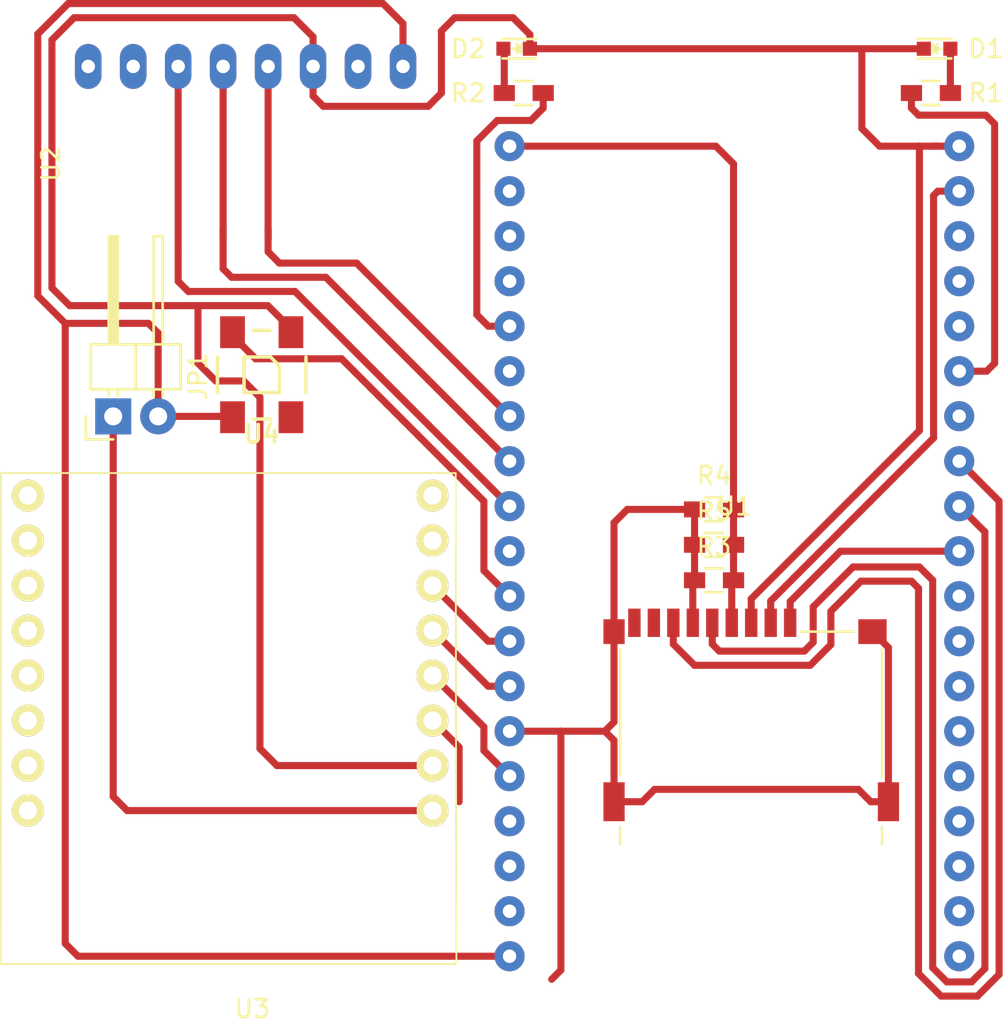
<source format=kicad_pcb>
(kicad_pcb (version 4) (host pcbnew 4.0.6)

  (general
    (links 39)
    (no_connects 10)
    (area 0 0 0 0)
    (thickness 1.6)
    (drawings 0)
    (tracks 178)
    (zones 0)
    (modules 13)
    (nets 57)
  )

  (page A4)
  (layers
    (0 F.Cu signal)
    (31 B.Cu signal)
    (32 B.Adhes user)
    (33 F.Adhes user)
    (34 B.Paste user)
    (35 F.Paste user)
    (36 B.SilkS user)
    (37 F.SilkS user)
    (38 B.Mask user)
    (39 F.Mask user)
    (40 Dwgs.User user)
    (41 Cmts.User user)
    (42 Eco1.User user)
    (43 Eco2.User user)
    (44 Edge.Cuts user)
    (45 Margin user)
    (46 B.CrtYd user)
    (47 F.CrtYd user)
    (48 B.Fab user)
    (49 F.Fab user)
  )

  (setup
    (last_trace_width 0.4)
    (trace_clearance 0.4)
    (zone_clearance 0.508)
    (zone_45_only no)
    (trace_min 0.2)
    (segment_width 0.2)
    (edge_width 0.1)
    (via_size 0.6)
    (via_drill 0.4)
    (via_min_size 0.4)
    (via_min_drill 0.3)
    (uvia_size 0.3)
    (uvia_drill 0.1)
    (uvias_allowed no)
    (uvia_min_size 0.2)
    (uvia_min_drill 0.1)
    (pcb_text_width 0.3)
    (pcb_text_size 1.5 1.5)
    (mod_edge_width 0.15)
    (mod_text_size 1 1)
    (mod_text_width 0.15)
    (pad_size 1.5 1.5)
    (pad_drill 0.6)
    (pad_to_mask_clearance 0)
    (aux_axis_origin 0 0)
    (visible_elements FFFFFF7F)
    (pcbplotparams
      (layerselection 0x00030_80000001)
      (usegerberextensions false)
      (excludeedgelayer true)
      (linewidth 0.100000)
      (plotframeref false)
      (viasonmask false)
      (mode 1)
      (useauxorigin false)
      (hpglpennumber 1)
      (hpglpenspeed 20)
      (hpglpendiameter 15)
      (hpglpenoverlay 2)
      (psnegative false)
      (psa4output false)
      (plotreference true)
      (plotvalue true)
      (plotinvisibletext false)
      (padsonsilk false)
      (subtractmaskfromsilk false)
      (outputformat 1)
      (mirror false)
      (drillshape 1)
      (scaleselection 1)
      (outputdirectory ""))
  )

  (net 0 "")
  (net 1 "Net-(D1-Pad2)")
  (net 2 GND)
  (net 3 "Net-(D2-Pad2)")
  (net 4 CS)
  (net 5 MOSI)
  (net 6 VCC)
  (net 7 SCLK)
  (net 8 MISO)
  (net 9 "Net-(J1-Pad8)")
  (net 10 "Net-(JP1-Pad1)")
  (net 11 COMMUNICATION_LED)
  (net 12 POWER_LED)
  (net 13 "Net-(U1-Pad2)")
  (net 14 "Net-(U1-Pad3)")
  (net 15 "Net-(U1-Pad4)")
  (net 16 SCL)
  (net 17 SDA)
  (net 18 SDO)
  (net 19 "Net-(U1-Pad10)")
  (net 20 SMART_LED_IN)
  (net 21 "Net-(U1-Pad16)")
  (net 22 "Net-(U1-Pad17)")
  (net 23 "Net-(U1-Pad18)")
  (net 24 5V)
  (net 25 "Net-(U1-Pad20)")
  (net 26 "Net-(U1-Pad21)")
  (net 27 "Net-(U1-Pad22)")
  (net 28 "Net-(U1-Pad24)")
  (net 29 "Net-(U1-Pad25)")
  (net 30 "Net-(U1-Pad26)")
  (net 31 "Net-(U1-Pad27)")
  (net 32 "Net-(U1-Pad32)")
  (net 33 "Net-(U1-Pad33)")
  (net 34 "Net-(U1-Pad34)")
  (net 35 "Net-(U1-Pad35)")
  (net 36 "Net-(U2-Pad2)")
  (net 37 "Net-(U4-Pad2)")
  (net 38 "Net-(J1-Pad9)")
  (net 39 "Net-(U3-Pad8)")
  (net 40 "Net-(U3-Pad7)")
  (net 41 "Net-(U3-Pad16)")
  (net 42 "Net-(U3-Pad15)")
  (net 43 "Net-(U3-Pad14)")
  (net 44 "Net-(U3-Pad13)")
  (net 45 "Net-(U3-Pad12)")
  (net 46 "Net-(U3-Pad11)")
  (net 47 "Net-(U3-Pad10)")
  (net 48 "Net-(U3-Pad9)")
  (net 49 "Net-(U1-Pad9)")
  (net 50 TMS)
  (net 51 TDI)
  (net 52 TCK)
  (net 53 TDO)
  (net 54 "Net-(U2-Pad7)")
  (net 55 "Net-(U2-Pad8)")
  (net 56 "Net-(U1-Pad37)")

  (net_class Default "This is the default net class."
    (clearance 0.4)
    (trace_width 0.4)
    (via_dia 0.6)
    (via_drill 0.4)
    (uvia_dia 0.3)
    (uvia_drill 0.1)
    (add_net 5V)
    (add_net COMMUNICATION_LED)
    (add_net CS)
    (add_net GND)
    (add_net MISO)
    (add_net MOSI)
    (add_net "Net-(D1-Pad2)")
    (add_net "Net-(D2-Pad2)")
    (add_net "Net-(J1-Pad8)")
    (add_net "Net-(J1-Pad9)")
    (add_net "Net-(JP1-Pad1)")
    (add_net "Net-(U1-Pad10)")
    (add_net "Net-(U1-Pad16)")
    (add_net "Net-(U1-Pad17)")
    (add_net "Net-(U1-Pad18)")
    (add_net "Net-(U1-Pad2)")
    (add_net "Net-(U1-Pad20)")
    (add_net "Net-(U1-Pad21)")
    (add_net "Net-(U1-Pad22)")
    (add_net "Net-(U1-Pad24)")
    (add_net "Net-(U1-Pad25)")
    (add_net "Net-(U1-Pad26)")
    (add_net "Net-(U1-Pad27)")
    (add_net "Net-(U1-Pad3)")
    (add_net "Net-(U1-Pad32)")
    (add_net "Net-(U1-Pad33)")
    (add_net "Net-(U1-Pad34)")
    (add_net "Net-(U1-Pad35)")
    (add_net "Net-(U1-Pad37)")
    (add_net "Net-(U1-Pad4)")
    (add_net "Net-(U1-Pad9)")
    (add_net "Net-(U2-Pad2)")
    (add_net "Net-(U2-Pad7)")
    (add_net "Net-(U2-Pad8)")
    (add_net "Net-(U3-Pad10)")
    (add_net "Net-(U3-Pad11)")
    (add_net "Net-(U3-Pad12)")
    (add_net "Net-(U3-Pad13)")
    (add_net "Net-(U3-Pad14)")
    (add_net "Net-(U3-Pad15)")
    (add_net "Net-(U3-Pad16)")
    (add_net "Net-(U3-Pad7)")
    (add_net "Net-(U3-Pad8)")
    (add_net "Net-(U3-Pad9)")
    (add_net "Net-(U4-Pad2)")
    (add_net POWER_LED)
    (add_net SCL)
    (add_net SCLK)
    (add_net SDA)
    (add_net SDO)
    (add_net SMART_LED_IN)
    (add_net TCK)
    (add_net TDI)
    (add_net TDO)
    (add_net TMS)
    (add_net VCC)
  )

  (module yaqwsx:ESP32-DEVKIT-C (layer F.Cu) (tedit 59153189) (tstamp 597FBFFC)
    (at 162.6 70.5)
    (path /597634A9)
    (fp_text reference U1 (at 12.7 20.32) (layer F.SilkS)
      (effects (font (size 1 1) (thickness 0.15)))
    )
    (fp_text value ESP32-DEVKIT-C (at 12.7 48.26) (layer F.Fab)
      (effects (font (size 1 1) (thickness 0.15)))
    )
    (fp_line (start 17 42) (end 17 47) (layer F.Fab) (width 0.15))
    (fp_line (start 9 42) (end 17 42) (layer F.Fab) (width 0.15))
    (fp_line (start 9 47) (end 9 42) (layer F.Fab) (width 0.15))
    (fp_line (start 21 16.5) (end 21 -7) (layer F.Fab) (width 0.15))
    (fp_line (start 4 16.5) (end 21 16.5) (layer F.Fab) (width 0.15))
    (fp_line (start 4 -7) (end 4 16.5) (layer F.Fab) (width 0.15))
    (fp_line (start 4 -7) (end 21 -7) (layer F.Fab) (width 0.15))
    (fp_line (start -1.27 -1.27) (end -1.27 46.99) (layer F.Fab) (width 0.15))
    (fp_line (start 26.67 -1.27) (end -1.27 -1.27) (layer F.Fab) (width 0.15))
    (fp_line (start 26.67 46.99) (end 26.67 -1.27) (layer F.Fab) (width 0.15))
    (fp_line (start -1.27 46.99) (end 26.67 46.99) (layer F.Fab) (width 0.15))
    (pad 1 thru_hole oval (at 0 0) (size 1.7 1.7) (drill 0.762) (layers *.Cu *.Mask)
      (net 6 VCC))
    (pad 2 thru_hole oval (at 0 2.54) (size 1.7 1.7) (drill 0.762) (layers *.Cu *.Mask)
      (net 13 "Net-(U1-Pad2)"))
    (pad 3 thru_hole oval (at 0 5.08) (size 1.7 1.7) (drill 0.762) (layers *.Cu *.Mask)
      (net 14 "Net-(U1-Pad3)"))
    (pad 4 thru_hole oval (at 0 7.62) (size 1.7 1.7) (drill 0.762) (layers *.Cu *.Mask)
      (net 15 "Net-(U1-Pad4)"))
    (pad 5 thru_hole oval (at 0 10.16) (size 1.7 1.7) (drill 0.762) (layers *.Cu *.Mask)
      (net 12 POWER_LED))
    (pad 6 thru_hole oval (at 0 12.7) (size 1.7 1.7) (drill 0.762) (layers *.Cu *.Mask)
      (net 16 SCL))
    (pad 7 thru_hole oval (at 0 15.24) (size 1.7 1.7) (drill 0.762) (layers *.Cu *.Mask)
      (net 17 SDA))
    (pad 8 thru_hole oval (at 0 17.78) (size 1.7 1.7) (drill 0.762) (layers *.Cu *.Mask)
      (net 18 SDO))
    (pad 9 thru_hole oval (at 0 20.32) (size 1.7 1.7) (drill 0.762) (layers *.Cu *.Mask)
      (net 49 "Net-(U1-Pad9)"))
    (pad 10 thru_hole oval (at 0 22.86) (size 1.7 1.7) (drill 0.762) (layers *.Cu *.Mask)
      (net 19 "Net-(U1-Pad10)"))
    (pad 11 thru_hole oval (at 0 25.4) (size 1.7 1.7) (drill 0.762) (layers *.Cu *.Mask)
      (net 20 SMART_LED_IN))
    (pad 12 thru_hole oval (at 0 27.94) (size 1.7 1.7) (drill 0.762) (layers *.Cu *.Mask)
      (net 50 TMS))
    (pad 13 thru_hole oval (at 0 30.48) (size 1.7 1.7) (drill 0.762) (layers *.Cu *.Mask)
      (net 51 TDI))
    (pad 14 thru_hole oval (at 0 33.02) (size 1.7 1.7) (drill 0.762) (layers *.Cu *.Mask)
      (net 2 GND))
    (pad 15 thru_hole oval (at 0 35.56) (size 1.7 1.7) (drill 0.762) (layers *.Cu *.Mask)
      (net 52 TCK))
    (pad 16 thru_hole oval (at 0 38.1) (size 1.7 1.7) (drill 0.762) (layers *.Cu *.Mask)
      (net 21 "Net-(U1-Pad16)"))
    (pad 17 thru_hole oval (at 0 40.64) (size 1.7 1.7) (drill 0.762) (layers *.Cu *.Mask)
      (net 22 "Net-(U1-Pad17)"))
    (pad 18 thru_hole oval (at 0 43.18) (size 1.7 1.7) (drill 0.762) (layers *.Cu *.Mask)
      (net 23 "Net-(U1-Pad18)"))
    (pad 19 thru_hole oval (at 0 45.72) (size 1.7 1.7) (drill 0.762) (layers *.Cu *.Mask)
      (net 24 5V))
    (pad 20 thru_hole oval (at 25.4 45.72) (size 1.7 1.7) (drill 0.762) (layers *.Cu *.Mask)
      (net 25 "Net-(U1-Pad20)"))
    (pad 21 thru_hole oval (at 25.4 43.18) (size 1.7 1.7) (drill 0.762) (layers *.Cu *.Mask)
      (net 26 "Net-(U1-Pad21)"))
    (pad 22 thru_hole oval (at 25.4 40.64) (size 1.7 1.7) (drill 0.762) (layers *.Cu *.Mask)
      (net 27 "Net-(U1-Pad22)"))
    (pad 23 thru_hole oval (at 25.4 38.1) (size 1.7 1.7) (drill 0.762) (layers *.Cu *.Mask)
      (net 53 TDO))
    (pad 24 thru_hole oval (at 25.4 35.56) (size 1.7 1.7) (drill 0.762) (layers *.Cu *.Mask)
      (net 28 "Net-(U1-Pad24)"))
    (pad 25 thru_hole oval (at 25.4 33.02) (size 1.7 1.7) (drill 0.762) (layers *.Cu *.Mask)
      (net 29 "Net-(U1-Pad25)"))
    (pad 26 thru_hole oval (at 25.4 30.48) (size 1.7 1.7) (drill 0.762) (layers *.Cu *.Mask)
      (net 30 "Net-(U1-Pad26)"))
    (pad 27 thru_hole oval (at 25.4 27.94) (size 1.7 1.7) (drill 0.762) (layers *.Cu *.Mask)
      (net 31 "Net-(U1-Pad27)"))
    (pad 28 thru_hole oval (at 25.4 25.4) (size 1.7 1.7) (drill 0.762) (layers *.Cu *.Mask)
      (net 8 MISO))
    (pad 29 thru_hole oval (at 25.4 22.86) (size 1.7 1.7) (drill 0.762) (layers *.Cu *.Mask)
      (net 7 SCLK))
    (pad 30 thru_hole oval (at 25.4 20.32) (size 1.7 1.7) (drill 0.762) (layers *.Cu *.Mask)
      (net 5 MOSI))
    (pad 31 thru_hole oval (at 25.4 17.78) (size 1.7 1.7) (drill 0.762) (layers *.Cu *.Mask)
      (net 4 CS))
    (pad 32 thru_hole oval (at 25.4 15.24) (size 1.7 1.7) (drill 0.762) (layers *.Cu *.Mask)
      (net 32 "Net-(U1-Pad32)"))
    (pad 33 thru_hole oval (at 25.4 12.7) (size 1.7 1.7) (drill 0.762) (layers *.Cu *.Mask)
      (net 33 "Net-(U1-Pad33)"))
    (pad 34 thru_hole oval (at 25.4 10.16) (size 1.7 1.7) (drill 0.762) (layers *.Cu *.Mask)
      (net 34 "Net-(U1-Pad34)"))
    (pad 35 thru_hole oval (at 25.4 7.62) (size 1.7 1.7) (drill 0.762) (layers *.Cu *.Mask)
      (net 35 "Net-(U1-Pad35)"))
    (pad 36 thru_hole oval (at 25.4 5.08) (size 1.7 1.7) (drill 0.762) (layers *.Cu *.Mask)
      (net 11 COMMUNICATION_LED))
    (pad 37 thru_hole oval (at 25.4 2.54) (size 1.7 1.7) (drill 0.762) (layers *.Cu *.Mask)
      (net 56 "Net-(U1-Pad37)"))
    (pad 38 thru_hole oval (at 25.4 0) (size 1.7 1.7) (drill 0.762) (layers *.Cu *.Mask)
      (net 2 GND))
  )

  (module LEDs:LED_0603 (layer F.Cu) (tedit 55BDE255) (tstamp 597FBF95)
    (at 186.7507 65)
    (descr "LED 0603 smd package")
    (tags "LED led 0603 SMD smd SMT smt smdled SMDLED smtled SMTLED")
    (path /59763636)
    (attr smd)
    (fp_text reference D1 (at 2.7493 0) (layer F.SilkS)
      (effects (font (size 1 1) (thickness 0.15)))
    )
    (fp_text value LED (at -4.7507 0) (layer F.Fab)
      (effects (font (size 1 1) (thickness 0.15)))
    )
    (fp_line (start -0.3 -0.2) (end -0.3 0.2) (layer F.Fab) (width 0.15))
    (fp_line (start -0.2 0) (end 0.1 -0.2) (layer F.Fab) (width 0.15))
    (fp_line (start 0.1 0.2) (end -0.2 0) (layer F.Fab) (width 0.15))
    (fp_line (start 0.1 -0.2) (end 0.1 0.2) (layer F.Fab) (width 0.15))
    (fp_line (start 0.8 0.4) (end -0.8 0.4) (layer F.Fab) (width 0.15))
    (fp_line (start 0.8 -0.4) (end 0.8 0.4) (layer F.Fab) (width 0.15))
    (fp_line (start -0.8 -0.4) (end 0.8 -0.4) (layer F.Fab) (width 0.15))
    (fp_line (start -0.8 0.4) (end -0.8 -0.4) (layer F.Fab) (width 0.15))
    (fp_line (start -1.1 0.55) (end 0.8 0.55) (layer F.SilkS) (width 0.15))
    (fp_line (start -1.1 -0.55) (end 0.8 -0.55) (layer F.SilkS) (width 0.15))
    (fp_line (start -0.2 0) (end 0.25 0) (layer F.SilkS) (width 0.15))
    (fp_line (start -0.25 -0.25) (end -0.25 0.25) (layer F.SilkS) (width 0.15))
    (fp_line (start -0.25 0) (end 0 -0.25) (layer F.SilkS) (width 0.15))
    (fp_line (start 0 -0.25) (end 0 0.25) (layer F.SilkS) (width 0.15))
    (fp_line (start 0 0.25) (end -0.25 0) (layer F.SilkS) (width 0.15))
    (fp_line (start 1.4 -0.75) (end 1.4 0.75) (layer F.CrtYd) (width 0.05))
    (fp_line (start 1.4 0.75) (end -1.4 0.75) (layer F.CrtYd) (width 0.05))
    (fp_line (start -1.4 0.75) (end -1.4 -0.75) (layer F.CrtYd) (width 0.05))
    (fp_line (start -1.4 -0.75) (end 1.4 -0.75) (layer F.CrtYd) (width 0.05))
    (pad 2 smd rect (at 0.7493 0 180) (size 0.79756 0.79756) (layers F.Cu F.Paste F.Mask)
      (net 1 "Net-(D1-Pad2)"))
    (pad 1 smd rect (at -0.7493 0 180) (size 0.79756 0.79756) (layers F.Cu F.Paste F.Mask)
      (net 2 GND))
    (model LEDs.3dshapes/LED_0603.wrl
      (at (xyz 0 0 0))
      (scale (xyz 1 1 1))
      (rotate (xyz 0 0 180))
    )
  )

  (module LEDs:LED_0603 (layer F.Cu) (tedit 55BDE255) (tstamp 597FBF9B)
    (at 163.0007 65 180)
    (descr "LED 0603 smd package")
    (tags "LED led 0603 SMD smd SMT smt smdled SMDLED smtled SMTLED")
    (path /597E5510)
    (attr smd)
    (fp_text reference D2 (at 2.7507 0 180) (layer F.SilkS)
      (effects (font (size 1 1) (thickness 0.15)))
    )
    (fp_text value LED (at -3.9993 0 180) (layer F.Fab)
      (effects (font (size 1 1) (thickness 0.15)))
    )
    (fp_line (start -0.3 -0.2) (end -0.3 0.2) (layer F.Fab) (width 0.15))
    (fp_line (start -0.2 0) (end 0.1 -0.2) (layer F.Fab) (width 0.15))
    (fp_line (start 0.1 0.2) (end -0.2 0) (layer F.Fab) (width 0.15))
    (fp_line (start 0.1 -0.2) (end 0.1 0.2) (layer F.Fab) (width 0.15))
    (fp_line (start 0.8 0.4) (end -0.8 0.4) (layer F.Fab) (width 0.15))
    (fp_line (start 0.8 -0.4) (end 0.8 0.4) (layer F.Fab) (width 0.15))
    (fp_line (start -0.8 -0.4) (end 0.8 -0.4) (layer F.Fab) (width 0.15))
    (fp_line (start -0.8 0.4) (end -0.8 -0.4) (layer F.Fab) (width 0.15))
    (fp_line (start -1.1 0.55) (end 0.8 0.55) (layer F.SilkS) (width 0.15))
    (fp_line (start -1.1 -0.55) (end 0.8 -0.55) (layer F.SilkS) (width 0.15))
    (fp_line (start -0.2 0) (end 0.25 0) (layer F.SilkS) (width 0.15))
    (fp_line (start -0.25 -0.25) (end -0.25 0.25) (layer F.SilkS) (width 0.15))
    (fp_line (start -0.25 0) (end 0 -0.25) (layer F.SilkS) (width 0.15))
    (fp_line (start 0 -0.25) (end 0 0.25) (layer F.SilkS) (width 0.15))
    (fp_line (start 0 0.25) (end -0.25 0) (layer F.SilkS) (width 0.15))
    (fp_line (start 1.4 -0.75) (end 1.4 0.75) (layer F.CrtYd) (width 0.05))
    (fp_line (start 1.4 0.75) (end -1.4 0.75) (layer F.CrtYd) (width 0.05))
    (fp_line (start -1.4 0.75) (end -1.4 -0.75) (layer F.CrtYd) (width 0.05))
    (fp_line (start -1.4 -0.75) (end 1.4 -0.75) (layer F.CrtYd) (width 0.05))
    (pad 2 smd rect (at 0.7493 0) (size 0.79756 0.79756) (layers F.Cu F.Paste F.Mask)
      (net 3 "Net-(D2-Pad2)"))
    (pad 1 smd rect (at -0.7493 0) (size 0.79756 0.79756) (layers F.Cu F.Paste F.Mask)
      (net 2 GND))
    (model LEDs.3dshapes/LED_0603.wrl
      (at (xyz 0 0 0))
      (scale (xyz 1 1 1))
      (rotate (xyz 0 0 180))
    )
  )

  (module internet:Conn_uSDcard (layer F.Cu) (tedit 560F3EC9) (tstamp 597FBFAE)
    (at 176.25 107.9)
    (path /5976357F)
    (fp_text reference J1 (at 3.3 -9.6 180) (layer Cmts.User)
      (effects (font (size 0.2 0.2) (thickness 0.02)))
    )
    (fp_text value Micro_SD_Card (at 4.3 -10.4) (layer Dwgs.User) hide
      (effects (font (size 0.3 0.3) (thickness 0.03)))
    )
    (fp_line (start -7.4 2) (end -7.4 1) (layer F.SilkS) (width 0.15))
    (fp_line (start 7.4 1) (end 7.4 2) (layer F.SilkS) (width 0.15))
    (fp_line (start 0 3.3) (end 1.7 3.4) (layer Dwgs.User) (width 0.05))
    (fp_line (start 1.7 3.4) (end 3.5 3.7) (layer Dwgs.User) (width 0.05))
    (fp_line (start 3.5 3.7) (end 4.7 4) (layer Dwgs.User) (width 0.05))
    (fp_line (start -7.4 -1.9) (end -7.4 -9) (layer F.SilkS) (width 0.15))
    (fp_line (start 7.4 -9) (end 7.4 -1.8) (layer F.SilkS) (width 0.15))
    (fp_line (start 2.8 -10) (end 5.8 -10) (layer F.SilkS) (width 0.15))
    (fp_line (start -6.55 8.6) (end -6.55 3.3) (layer Dwgs.User) (width 0.05))
    (fp_line (start -5.85 9.3) (end 3.95 9.3) (layer Dwgs.User) (width 0.05))
    (fp_arc (start -5.85 8.6) (end -6.55 8.6) (angle -90) (layer Dwgs.User) (width 0.05))
    (fp_line (start 4.65 8.6) (end 4.65 4) (layer Dwgs.User) (width 0.05))
    (fp_arc (start 3.95 8.6) (end 4.65 8.6) (angle 90) (layer Dwgs.User) (width 0.05))
    (fp_line (start 4.65 4) (end 7.35 4) (layer Dwgs.User) (width 0.05))
    (fp_line (start -7.35 3.3) (end 0 3.3) (layer Dwgs.User) (width 0.05))
    (fp_line (start 8 4.5) (end -8 4.5) (layer Cmts.User) (width 0.05))
    (fp_line (start -7.35 -10) (end 7.35 -10) (layer Dwgs.User) (width 0.05))
    (fp_line (start 7.35 -10) (end 7.35 4) (layer Dwgs.User) (width 0.05))
    (fp_line (start -7.35 -10) (end -7.35 3.3) (layer Dwgs.User) (width 0.05))
    (pad 6 smd rect (at 7.75 -0.4) (size 1.2 2.2) (layers F.Cu F.Paste F.Mask)
      (net 2 GND))
    (pad 6 smd rect (at -7.75 -0.4) (size 1.2 2.2) (layers F.Cu F.Paste F.Mask)
      (net 2 GND))
    (pad 6 smd rect (at 6.85 -10) (size 1.6 1.4) (layers F.Cu F.Paste F.Mask)
      (net 2 GND))
    (pad 6 smd rect (at -7.75 -10) (size 1.2 1.4) (layers F.Cu F.Paste F.Mask)
      (net 2 GND))
    (pad 9 smd rect (at -6.6 -10.5) (size 0.7 1.6) (layers F.Cu F.Paste F.Mask)
      (net 38 "Net-(J1-Pad9)"))
    (pad 7 smd rect (at -4.4 -10.5) (size 0.7 1.6) (layers F.Cu F.Paste F.Mask)
      (net 8 MISO))
    (pad 8 smd rect (at -5.5 -10.5) (size 0.7 1.6) (layers F.Cu F.Paste F.Mask)
      (net 9 "Net-(J1-Pad8)"))
    (pad 6 smd rect (at -3.3 -10.5) (size 0.7 1.6) (layers F.Cu F.Paste F.Mask)
      (net 2 GND))
    (pad 5 smd rect (at -2.2 -10.5) (size 0.7 1.6) (layers F.Cu F.Paste F.Mask)
      (net 7 SCLK))
    (pad 4 smd rect (at -1.1 -10.5) (size 0.7 1.6) (layers F.Cu F.Paste F.Mask)
      (net 6 VCC))
    (pad 1 smd rect (at 2.2 -10.5) (size 0.7 1.6) (layers F.Cu F.Paste F.Mask)
      (net 4 CS))
    (pad 2 smd rect (at 1.1 -10.5) (size 0.7 1.6) (layers F.Cu F.Paste F.Mask)
      (net 5 MOSI))
    (pad "" np_thru_hole circle (at 3.05 0) (size 1 1) (drill 1) (layers *.Cu))
    (pad "" np_thru_hole circle (at -4.93 0) (size 1 1) (drill 1) (layers *.Cu))
    (pad 3 smd rect (at 0 -10.5) (size 0.7 1.6) (layers F.Cu F.Paste F.Mask)
      (net 2 GND))
  )

  (module Pin_Headers:Pin_Header_Angled_1x02 (layer F.Cu) (tedit 0) (tstamp 597FBFB4)
    (at 140.21 85.75 90)
    (descr "Through hole pin header")
    (tags "pin header")
    (path /597E58A2)
    (fp_text reference JP1 (at 2.25 4.79 90) (layer F.SilkS)
      (effects (font (size 1 1) (thickness 0.15)))
    )
    (fp_text value Jumper (at 2 -2.46 90) (layer F.Fab)
      (effects (font (size 1 1) (thickness 0.15)))
    )
    (fp_line (start -1.5 -1.75) (end -1.5 4.3) (layer F.CrtYd) (width 0.05))
    (fp_line (start 10.65 -1.75) (end 10.65 4.3) (layer F.CrtYd) (width 0.05))
    (fp_line (start -1.5 -1.75) (end 10.65 -1.75) (layer F.CrtYd) (width 0.05))
    (fp_line (start -1.5 4.3) (end 10.65 4.3) (layer F.CrtYd) (width 0.05))
    (fp_line (start -1.3 -1.55) (end -1.3 0) (layer F.SilkS) (width 0.15))
    (fp_line (start 0 -1.55) (end -1.3 -1.55) (layer F.SilkS) (width 0.15))
    (fp_line (start 4.191 -0.127) (end 10.033 -0.127) (layer F.SilkS) (width 0.15))
    (fp_line (start 10.033 -0.127) (end 10.033 0.127) (layer F.SilkS) (width 0.15))
    (fp_line (start 10.033 0.127) (end 4.191 0.127) (layer F.SilkS) (width 0.15))
    (fp_line (start 4.191 0.127) (end 4.191 0) (layer F.SilkS) (width 0.15))
    (fp_line (start 4.191 0) (end 10.033 0) (layer F.SilkS) (width 0.15))
    (fp_line (start 1.524 -0.254) (end 1.143 -0.254) (layer F.SilkS) (width 0.15))
    (fp_line (start 1.524 0.254) (end 1.143 0.254) (layer F.SilkS) (width 0.15))
    (fp_line (start 1.524 2.286) (end 1.143 2.286) (layer F.SilkS) (width 0.15))
    (fp_line (start 1.524 2.794) (end 1.143 2.794) (layer F.SilkS) (width 0.15))
    (fp_line (start 1.524 -1.27) (end 4.064 -1.27) (layer F.SilkS) (width 0.15))
    (fp_line (start 1.524 1.27) (end 4.064 1.27) (layer F.SilkS) (width 0.15))
    (fp_line (start 1.524 1.27) (end 1.524 3.81) (layer F.SilkS) (width 0.15))
    (fp_line (start 1.524 3.81) (end 4.064 3.81) (layer F.SilkS) (width 0.15))
    (fp_line (start 4.064 2.286) (end 10.16 2.286) (layer F.SilkS) (width 0.15))
    (fp_line (start 10.16 2.286) (end 10.16 2.794) (layer F.SilkS) (width 0.15))
    (fp_line (start 10.16 2.794) (end 4.064 2.794) (layer F.SilkS) (width 0.15))
    (fp_line (start 4.064 3.81) (end 4.064 1.27) (layer F.SilkS) (width 0.15))
    (fp_line (start 4.064 1.27) (end 4.064 -1.27) (layer F.SilkS) (width 0.15))
    (fp_line (start 10.16 0.254) (end 4.064 0.254) (layer F.SilkS) (width 0.15))
    (fp_line (start 10.16 -0.254) (end 10.16 0.254) (layer F.SilkS) (width 0.15))
    (fp_line (start 4.064 -0.254) (end 10.16 -0.254) (layer F.SilkS) (width 0.15))
    (fp_line (start 1.524 1.27) (end 4.064 1.27) (layer F.SilkS) (width 0.15))
    (fp_line (start 1.524 -1.27) (end 1.524 1.27) (layer F.SilkS) (width 0.15))
    (pad 1 thru_hole rect (at 0 0 90) (size 2.032 2.032) (drill 1.016) (layers *.Cu *.Mask)
      (net 10 "Net-(JP1-Pad1)"))
    (pad 2 thru_hole oval (at 0 2.54 90) (size 2.032 2.032) (drill 1.016) (layers *.Cu *.Mask)
      (net 24 5V))
    (model Pin_Headers.3dshapes/Pin_Header_Angled_1x02.wrl
      (at (xyz 0 -0.05 0))
      (scale (xyz 1 1 1))
      (rotate (xyz 0 0 90))
    )
  )

  (module Resistors_SMD:R_0603_HandSoldering (layer F.Cu) (tedit 58307AEF) (tstamp 597FBFBA)
    (at 186.4 67.5)
    (descr "Resistor SMD 0603, hand soldering")
    (tags "resistor 0603")
    (path /597636FB)
    (attr smd)
    (fp_text reference R1 (at 3.1 0) (layer F.SilkS)
      (effects (font (size 1 1) (thickness 0.15)))
    )
    (fp_text value R_Small (at -6.15 0.25) (layer F.Fab)
      (effects (font (size 1 1) (thickness 0.15)))
    )
    (fp_line (start -0.8 0.4) (end -0.8 -0.4) (layer F.Fab) (width 0.1))
    (fp_line (start 0.8 0.4) (end -0.8 0.4) (layer F.Fab) (width 0.1))
    (fp_line (start 0.8 -0.4) (end 0.8 0.4) (layer F.Fab) (width 0.1))
    (fp_line (start -0.8 -0.4) (end 0.8 -0.4) (layer F.Fab) (width 0.1))
    (fp_line (start -2 -0.8) (end 2 -0.8) (layer F.CrtYd) (width 0.05))
    (fp_line (start -2 0.8) (end 2 0.8) (layer F.CrtYd) (width 0.05))
    (fp_line (start -2 -0.8) (end -2 0.8) (layer F.CrtYd) (width 0.05))
    (fp_line (start 2 -0.8) (end 2 0.8) (layer F.CrtYd) (width 0.05))
    (fp_line (start 0.5 0.675) (end -0.5 0.675) (layer F.SilkS) (width 0.15))
    (fp_line (start -0.5 -0.675) (end 0.5 -0.675) (layer F.SilkS) (width 0.15))
    (pad 1 smd rect (at -1.1 0) (size 1.2 0.9) (layers F.Cu F.Paste F.Mask)
      (net 11 COMMUNICATION_LED))
    (pad 2 smd rect (at 1.1 0) (size 1.2 0.9) (layers F.Cu F.Paste F.Mask)
      (net 1 "Net-(D1-Pad2)"))
    (model Resistors_SMD.3dshapes/R_0603_HandSoldering.wrl
      (at (xyz 0 0 0))
      (scale (xyz 1 1 1))
      (rotate (xyz 0 0 0))
    )
  )

  (module Resistors_SMD:R_0603_HandSoldering (layer F.Cu) (tedit 58307AEF) (tstamp 597FBFC0)
    (at 163.4 67.5 180)
    (descr "Resistor SMD 0603, hand soldering")
    (tags "resistor 0603")
    (path /597E5516)
    (attr smd)
    (fp_text reference R2 (at 3.15 0 180) (layer F.SilkS)
      (effects (font (size 1 1) (thickness 0.15)))
    )
    (fp_text value R_Small (at -5.35 0 180) (layer F.Fab)
      (effects (font (size 1 1) (thickness 0.15)))
    )
    (fp_line (start -0.8 0.4) (end -0.8 -0.4) (layer F.Fab) (width 0.1))
    (fp_line (start 0.8 0.4) (end -0.8 0.4) (layer F.Fab) (width 0.1))
    (fp_line (start 0.8 -0.4) (end 0.8 0.4) (layer F.Fab) (width 0.1))
    (fp_line (start -0.8 -0.4) (end 0.8 -0.4) (layer F.Fab) (width 0.1))
    (fp_line (start -2 -0.8) (end 2 -0.8) (layer F.CrtYd) (width 0.05))
    (fp_line (start -2 0.8) (end 2 0.8) (layer F.CrtYd) (width 0.05))
    (fp_line (start -2 -0.8) (end -2 0.8) (layer F.CrtYd) (width 0.05))
    (fp_line (start 2 -0.8) (end 2 0.8) (layer F.CrtYd) (width 0.05))
    (fp_line (start 0.5 0.675) (end -0.5 0.675) (layer F.SilkS) (width 0.15))
    (fp_line (start -0.5 -0.675) (end 0.5 -0.675) (layer F.SilkS) (width 0.15))
    (pad 1 smd rect (at -1.1 0 180) (size 1.2 0.9) (layers F.Cu F.Paste F.Mask)
      (net 12 POWER_LED))
    (pad 2 smd rect (at 1.1 0 180) (size 1.2 0.9) (layers F.Cu F.Paste F.Mask)
      (net 3 "Net-(D2-Pad2)"))
    (model Resistors_SMD.3dshapes/R_0603_HandSoldering.wrl
      (at (xyz 0 0 0))
      (scale (xyz 1 1 1))
      (rotate (xyz 0 0 0))
    )
  )

  (module Resistors_SMD:R_0603_HandSoldering (layer F.Cu) (tedit 58307AEF) (tstamp 597FBFC6)
    (at 174.15 95)
    (descr "Resistor SMD 0603, hand soldering")
    (tags "resistor 0603")
    (path /597F9FE6)
    (attr smd)
    (fp_text reference R3 (at 0 -1.9) (layer F.SilkS)
      (effects (font (size 1 1) (thickness 0.15)))
    )
    (fp_text value R_Small (at 0 1.9) (layer F.Fab)
      (effects (font (size 1 1) (thickness 0.15)))
    )
    (fp_line (start -0.8 0.4) (end -0.8 -0.4) (layer F.Fab) (width 0.1))
    (fp_line (start 0.8 0.4) (end -0.8 0.4) (layer F.Fab) (width 0.1))
    (fp_line (start 0.8 -0.4) (end 0.8 0.4) (layer F.Fab) (width 0.1))
    (fp_line (start -0.8 -0.4) (end 0.8 -0.4) (layer F.Fab) (width 0.1))
    (fp_line (start -2 -0.8) (end 2 -0.8) (layer F.CrtYd) (width 0.05))
    (fp_line (start -2 0.8) (end 2 0.8) (layer F.CrtYd) (width 0.05))
    (fp_line (start -2 -0.8) (end -2 0.8) (layer F.CrtYd) (width 0.05))
    (fp_line (start 2 -0.8) (end 2 0.8) (layer F.CrtYd) (width 0.05))
    (fp_line (start 0.5 0.675) (end -0.5 0.675) (layer F.SilkS) (width 0.15))
    (fp_line (start -0.5 -0.675) (end 0.5 -0.675) (layer F.SilkS) (width 0.15))
    (pad 1 smd rect (at -1.1 0) (size 1.2 0.9) (layers F.Cu F.Paste F.Mask)
      (net 2 GND))
    (pad 2 smd rect (at 1.1 0) (size 1.2 0.9) (layers F.Cu F.Paste F.Mask)
      (net 6 VCC))
    (model Resistors_SMD.3dshapes/R_0603_HandSoldering.wrl
      (at (xyz 0 0 0))
      (scale (xyz 1 1 1))
      (rotate (xyz 0 0 0))
    )
  )

  (module Resistors_SMD:R_0603_HandSoldering (layer F.Cu) (tedit 58307AEF) (tstamp 597FBFCC)
    (at 174.15 91)
    (descr "Resistor SMD 0603, hand soldering")
    (tags "resistor 0603")
    (path /597F9F95)
    (attr smd)
    (fp_text reference R4 (at 0 -1.9) (layer F.SilkS)
      (effects (font (size 1 1) (thickness 0.15)))
    )
    (fp_text value R_Small (at 0 1.9) (layer F.Fab)
      (effects (font (size 1 1) (thickness 0.15)))
    )
    (fp_line (start -0.8 0.4) (end -0.8 -0.4) (layer F.Fab) (width 0.1))
    (fp_line (start 0.8 0.4) (end -0.8 0.4) (layer F.Fab) (width 0.1))
    (fp_line (start 0.8 -0.4) (end 0.8 0.4) (layer F.Fab) (width 0.1))
    (fp_line (start -0.8 -0.4) (end 0.8 -0.4) (layer F.Fab) (width 0.1))
    (fp_line (start -2 -0.8) (end 2 -0.8) (layer F.CrtYd) (width 0.05))
    (fp_line (start -2 0.8) (end 2 0.8) (layer F.CrtYd) (width 0.05))
    (fp_line (start -2 -0.8) (end -2 0.8) (layer F.CrtYd) (width 0.05))
    (fp_line (start 2 -0.8) (end 2 0.8) (layer F.CrtYd) (width 0.05))
    (fp_line (start 0.5 0.675) (end -0.5 0.675) (layer F.SilkS) (width 0.15))
    (fp_line (start -0.5 -0.675) (end 0.5 -0.675) (layer F.SilkS) (width 0.15))
    (pad 1 smd rect (at -1.1 0) (size 1.2 0.9) (layers F.Cu F.Paste F.Mask)
      (net 2 GND))
    (pad 2 smd rect (at 1.1 0) (size 1.2 0.9) (layers F.Cu F.Paste F.Mask)
      (net 6 VCC))
    (model Resistors_SMD.3dshapes/R_0603_HandSoldering.wrl
      (at (xyz 0 0 0))
      (scale (xyz 1 1 1))
      (rotate (xyz 0 0 0))
    )
  )

  (module Resistors_SMD:R_0603_HandSoldering (layer F.Cu) (tedit 58307AEF) (tstamp 597FBFD2)
    (at 174.15 93)
    (descr "Resistor SMD 0603, hand soldering")
    (tags "resistor 0603")
    (path /597F9E5B)
    (attr smd)
    (fp_text reference R5 (at 0 -1.9) (layer F.SilkS)
      (effects (font (size 1 1) (thickness 0.15)))
    )
    (fp_text value R_Small (at 0 1.9) (layer F.Fab)
      (effects (font (size 1 1) (thickness 0.15)))
    )
    (fp_line (start -0.8 0.4) (end -0.8 -0.4) (layer F.Fab) (width 0.1))
    (fp_line (start 0.8 0.4) (end -0.8 0.4) (layer F.Fab) (width 0.1))
    (fp_line (start 0.8 -0.4) (end 0.8 0.4) (layer F.Fab) (width 0.1))
    (fp_line (start -0.8 -0.4) (end 0.8 -0.4) (layer F.Fab) (width 0.1))
    (fp_line (start -2 -0.8) (end 2 -0.8) (layer F.CrtYd) (width 0.05))
    (fp_line (start -2 0.8) (end 2 0.8) (layer F.CrtYd) (width 0.05))
    (fp_line (start -2 -0.8) (end -2 0.8) (layer F.CrtYd) (width 0.05))
    (fp_line (start 2 -0.8) (end 2 0.8) (layer F.CrtYd) (width 0.05))
    (fp_line (start 0.5 0.675) (end -0.5 0.675) (layer F.SilkS) (width 0.15))
    (fp_line (start -0.5 -0.675) (end 0.5 -0.675) (layer F.SilkS) (width 0.15))
    (pad 1 smd rect (at -1.1 0) (size 1.2 0.9) (layers F.Cu F.Paste F.Mask)
      (net 2 GND))
    (pad 2 smd rect (at 1.1 0) (size 1.2 0.9) (layers F.Cu F.Paste F.Mask)
      (net 6 VCC))
    (model Resistors_SMD.3dshapes/R_0603_HandSoldering.wrl
      (at (xyz 0 0 0))
      (scale (xyz 1 1 1))
      (rotate (xyz 0 0 0))
    )
  )

  (module Mamiksik:GY-91 (layer F.Cu) (tedit 597DFD60) (tstamp 597FC008)
    (at 147.69 66 270)
    (path /597C89C1)
    (fp_text reference U2 (at 5.5 11 270) (layer F.SilkS)
      (effects (font (size 1 1) (thickness 0.15)))
    )
    (fp_text value GY-91 (at 5 -11 270) (layer F.Fab)
      (effects (font (size 1 1) (thickness 0.15)))
    )
    (fp_line (start -1.5 10) (end -1.5 -10) (layer F.Fab) (width 0.15))
    (fp_line (start -1.5 -10) (end 12.5 -10) (layer F.Fab) (width 0.15))
    (fp_line (start 12.5 -10) (end 12.5 10) (layer F.Fab) (width 0.15))
    (fp_line (start 12.5 10) (end -1.5 10) (layer F.Fab) (width 0.15))
    (pad 1 thru_hole oval (at 0 -8.89 270) (size 2.54 1.5) (drill 0.762) (layers *.Cu *.Mask)
      (net 24 5V))
    (pad 2 thru_hole oval (at 0 -6.35 270) (size 2.54 1.5) (drill 0.762) (layers *.Cu *.Mask)
      (net 36 "Net-(U2-Pad2)"))
    (pad 3 thru_hole oval (at 0 -3.81 270) (size 2.54 1.5) (drill 0.762) (layers *.Cu *.Mask)
      (net 2 GND))
    (pad 4 thru_hole oval (at 0 -1.27 270) (size 2.54 1.5) (drill 0.762) (layers *.Cu *.Mask)
      (net 16 SCL))
    (pad 5 thru_hole oval (at 0 1.27 270) (size 2.54 1.5) (drill 0.762) (layers *.Cu *.Mask)
      (net 17 SDA))
    (pad 6 thru_hole oval (at 0 3.81 270) (size 2.54 1.5) (drill 0.762) (layers *.Cu *.Mask)
      (net 18 SDO))
    (pad 7 thru_hole oval (at 0 6.35 270) (size 2.54 1.5) (drill 0.762) (layers *.Cu *.Mask)
      (net 54 "Net-(U2-Pad7)"))
    (pad 8 thru_hole oval (at 0 8.89 270) (size 2.54 1.5) (drill 0.762) (layers *.Cu *.Mask)
      (net 55 "Net-(U2-Pad8)"))
  )

  (module WS2812B:WS2812B (layer F.Cu) (tedit 53BEE615) (tstamp 597FC024)
    (at 148.6 83.4 180)
    (path /597E5F94)
    (fp_text reference U4 (at 0 -3.35 180) (layer F.SilkS)
      (effects (font (size 1 1) (thickness 0.2)))
    )
    (fp_text value WS2812B (at 0 4.8 180) (layer F.SilkS) hide
      (effects (font (size 1 1) (thickness 0.2)))
    )
    (fp_line (start -1 -1) (end 1 -1) (layer F.SilkS) (width 0.2))
    (fp_line (start 1 -1) (end 1 1) (layer F.SilkS) (width 0.2))
    (fp_line (start 1 1) (end -0.5 1) (layer F.SilkS) (width 0.2))
    (fp_line (start -0.5 1) (end -1 0.5) (layer F.SilkS) (width 0.2))
    (fp_line (start -1 0.5) (end -1 -1) (layer F.SilkS) (width 0.2))
    (fp_line (start -2.5 -1) (end -2.5 1) (layer F.SilkS) (width 0.2))
    (fp_line (start -0.5 2.5) (end 0.5 2.5) (layer F.SilkS) (width 0.2))
    (fp_line (start 2.5 -1) (end 2.5 1) (layer F.SilkS) (width 0.2))
    (fp_line (start -0.5 -2.5) (end 0.5 -2.5) (layer F.SilkS) (width 0.2))
    (fp_line (start 2.1 2.5) (end 2.5 2.5) (layer Dwgs.User) (width 0.2))
    (fp_line (start -1.2 2.5) (end 1.2 2.5) (layer Dwgs.User) (width 0.2))
    (fp_line (start -2.5 2.5) (end -2.1 2.5) (layer Dwgs.User) (width 0.2))
    (fp_line (start 2.1 -2.5) (end 2.5 -2.5) (layer Dwgs.User) (width 0.2))
    (fp_line (start -1.2 -2.5) (end 1.2 -2.5) (layer Dwgs.User) (width 0.2))
    (fp_line (start -2.5 -2.5) (end -2.1 -2.5) (layer Dwgs.User) (width 0.2))
    (fp_line (start -2.1 -2.7) (end -1.2 -2.7) (layer Dwgs.User) (width 0.2))
    (fp_line (start -1.2 -2.7) (end -1.2 -1.8) (layer Dwgs.User) (width 0.2))
    (fp_line (start -1.2 -1.8) (end -2.1 -1.8) (layer Dwgs.User) (width 0.2))
    (fp_line (start -2.1 -1.8) (end -2.1 -2.7) (layer Dwgs.User) (width 0.2))
    (fp_line (start 2.1 -2.7) (end 1.2 -2.7) (layer Dwgs.User) (width 0.2))
    (fp_line (start 1.2 -2.7) (end 1.2 -1.8) (layer Dwgs.User) (width 0.2))
    (fp_line (start 1.2 -1.8) (end 2.1 -1.8) (layer Dwgs.User) (width 0.2))
    (fp_line (start 2.1 -1.8) (end 2.1 -2.7) (layer Dwgs.User) (width 0.2))
    (fp_line (start -2.1 2.7) (end -2.1 1.8) (layer Dwgs.User) (width 0.2))
    (fp_line (start -2.1 1.8) (end -1.2 1.8) (layer Dwgs.User) (width 0.2))
    (fp_line (start -1.2 1.8) (end -1.2 2.7) (layer Dwgs.User) (width 0.2))
    (fp_line (start -1.2 2.7) (end -2.1 2.7) (layer Dwgs.User) (width 0.2))
    (fp_line (start 1.2 2.7) (end 1.2 1.8) (layer Dwgs.User) (width 0.2))
    (fp_line (start 1.2 1.8) (end 2.1 1.8) (layer Dwgs.User) (width 0.2))
    (fp_line (start 2.1 1.8) (end 2.1 2.7) (layer Dwgs.User) (width 0.2))
    (fp_line (start 2.1 2.7) (end 1.2 2.7) (layer Dwgs.User) (width 0.2))
    (fp_line (start 2.5 -2.5) (end 2.5 2.5) (layer Dwgs.User) (width 0.2))
    (fp_line (start -2.49936 2.49936) (end -2.49936 -2.49936) (layer Dwgs.User) (width 0.2))
    (pad 1 smd rect (at 1.65 -2.4 180) (size 1.4 1.8) (layers F.Cu F.Paste F.Mask)
      (net 24 5V))
    (pad 2 smd rect (at -1.65 -2.4 180) (size 1.4 1.8) (layers F.Cu F.Paste F.Mask)
      (net 37 "Net-(U4-Pad2)"))
    (pad 3 smd rect (at -1.65 2.4 180) (size 1.4 1.8) (layers F.Cu F.Paste F.Mask)
      (net 2 GND))
    (pad 4 smd rect (at 1.65 2.4 180) (size 1.4 1.8) (layers F.Cu F.Paste F.Mask)
      (net 20 SMART_LED_IN))
  )

  (module Mamiksik:Battery_shield_D1_mini_board (layer F.Cu) (tedit 597FB220) (tstamp 59808085)
    (at 146.7946 100.38)
    (path /597FAC10)
    (fp_text reference U3 (at 1.27 18.81) (layer F.SilkS)
      (effects (font (size 1 1) (thickness 0.15)))
    )
    (fp_text value Battery_shield_D1_Mini (at 0.2921 -12.573) (layer F.Fab)
      (effects (font (size 1 1) (thickness 0.15)))
    )
    (fp_line (start 12.8016 16.2814) (end -12.9286 16.2814) (layer F.SilkS) (width 0.1))
    (fp_line (start -12.9286 16.2814) (end -12.9159 -11.43) (layer F.SilkS) (width 0.1))
    (fp_line (start -12.9159 -11.43) (end 12.7635 -11.43) (layer F.SilkS) (width 0.1))
    (fp_line (start 12.7635 -11.43) (end 12.788448 11.125092) (layer F.SilkS) (width 0.1))
    (fp_line (start 12.7889 11.1252) (end 12.8016 16.2814) (layer F.SilkS) (width 0.1))
    (pad 8 thru_hole circle (at 11.4554 -10.16) (size 1.8 1.8) (drill 1.016) (layers *.Cu *.Mask F.SilkS)
      (net 39 "Net-(U3-Pad8)"))
    (pad 7 thru_hole circle (at 11.4554 -7.62) (size 1.8 1.8) (drill 1.016) (layers *.Cu *.Mask F.SilkS)
      (net 40 "Net-(U3-Pad7)"))
    (pad 6 thru_hole circle (at 11.4554 -5.08) (size 1.8 1.8) (drill 1.016) (layers *.Cu *.Mask F.SilkS)
      (net 50 TMS))
    (pad 5 thru_hole circle (at 11.4554 -2.54) (size 1.8 1.8) (drill 1.016) (layers *.Cu *.Mask F.SilkS)
      (net 51 TDI))
    (pad 4 thru_hole circle (at 11.4554 0) (size 1.8 1.8) (drill 1.016) (layers *.Cu *.Mask F.SilkS)
      (net 52 TCK))
    (pad 3 thru_hole circle (at 11.4554 2.54) (size 1.8 1.8) (drill 1.016) (layers *.Cu *.Mask F.SilkS)
      (net 53 TDO))
    (pad 2 thru_hole circle (at 11.4554 5.08) (size 1.8 1.8) (drill 1.016) (layers *.Cu *.Mask F.SilkS)
      (net 2 GND))
    (pad 1 thru_hole circle (at 11.4554 7.62) (size 1.8 1.8) (drill 1.016) (layers *.Cu *.Mask F.SilkS)
      (net 10 "Net-(JP1-Pad1)"))
    (pad 16 thru_hole circle (at -11.4046 7.62) (size 1.8 1.8) (drill 1.016) (layers *.Cu *.Mask F.SilkS)
      (net 41 "Net-(U3-Pad16)"))
    (pad 15 thru_hole circle (at -11.4046 5.08) (size 1.8 1.8) (drill 1.016) (layers *.Cu *.Mask F.SilkS)
      (net 42 "Net-(U3-Pad15)"))
    (pad 14 thru_hole circle (at -11.4046 2.54) (size 1.8 1.8) (drill 1.016) (layers *.Cu *.Mask F.SilkS)
      (net 43 "Net-(U3-Pad14)"))
    (pad 13 thru_hole circle (at -11.4046 0) (size 1.8 1.8) (drill 1.016) (layers *.Cu *.Mask F.SilkS)
      (net 44 "Net-(U3-Pad13)"))
    (pad 12 thru_hole circle (at -11.4046 -2.54) (size 1.8 1.8) (drill 1.016) (layers *.Cu *.Mask F.SilkS)
      (net 45 "Net-(U3-Pad12)"))
    (pad 11 thru_hole circle (at -11.4046 -5.08) (size 1.8 1.8) (drill 1.016) (layers *.Cu *.Mask F.SilkS)
      (net 46 "Net-(U3-Pad11)"))
    (pad 10 thru_hole circle (at -11.4046 -7.62) (size 1.8 1.8) (drill 1.016) (layers *.Cu *.Mask F.SilkS)
      (net 47 "Net-(U3-Pad10)"))
    (pad 9 thru_hole circle (at -11.4046 -10.16) (size 1.8 1.8) (drill 1.016) (layers *.Cu *.Mask F.SilkS)
      (net 48 "Net-(U3-Pad9)"))
  )

  (segment (start 187.5 67.5) (end 187.5 65) (width 0.4) (layer F.Cu) (net 1))
  (segment (start 183.5 70.5) (end 185.75 70.5) (width 0.4) (layer F.Cu) (net 2))
  (segment (start 185.75 70.5) (end 186.75 70.5) (width 0.4) (layer F.Cu) (net 2))
  (segment (start 185.749989 86.550012) (end 185.749989 70.500011) (width 0.4) (layer F.Cu) (net 2))
  (segment (start 176.25 97.4) (end 176.25 96.050001) (width 0.4) (layer F.Cu) (net 2))
  (segment (start 176.25 96.050001) (end 185.749989 86.550012) (width 0.4) (layer F.Cu) (net 2))
  (segment (start 185.749989 70.500011) (end 185.75 70.5) (width 0.4) (layer F.Cu) (net 2))
  (segment (start 186.5 70.5) (end 186.75 70.5) (width 0.4) (layer F.Cu) (net 2))
  (segment (start 182.5 69.5) (end 183.5 70.5) (width 0.4) (layer F.Cu) (net 2))
  (segment (start 186.75 70.5) (end 188 70.5) (width 0.4) (layer F.Cu) (net 2))
  (segment (start 182.5 65) (end 163.75 65) (width 0.4) (layer F.Cu) (net 2))
  (segment (start 186.0014 65) (end 182.5 65) (width 0.4) (layer F.Cu) (net 2))
  (segment (start 182.5 65) (end 182.5 69.5) (width 0.4) (layer F.Cu) (net 2))
  (segment (start 149.46 105.46) (end 148.5 104.5) (width 0.4) (layer F.Cu) (net 2))
  (segment (start 148.5 104.5) (end 148.5 84.669998) (width 0.4) (layer F.Cu) (net 2))
  (segment (start 158.25 105.46) (end 149.46 105.46) (width 0.4) (layer F.Cu) (net 2))
  (segment (start 145 79.5) (end 145 82.75) (width 0.4) (layer F.Cu) (net 2))
  (segment (start 145 82.75) (end 146 83.75) (width 0.4) (layer F.Cu) (net 2))
  (segment (start 146 83.75) (end 147.580002 83.75) (width 0.4) (layer F.Cu) (net 2))
  (segment (start 147.580002 83.75) (end 148.5 84.669998) (width 0.4) (layer F.Cu) (net 2))
  (segment (start 145 79.5) (end 137.75 79.5) (width 0.4) (layer F.Cu) (net 2))
  (segment (start 148.95 79.5) (end 145 79.5) (width 0.4) (layer F.Cu) (net 2))
  (segment (start 164.979999 117.520001) (end 165.5 117) (width 0.4) (layer F.Cu) (net 2))
  (segment (start 165.5 117) (end 165.5 103.52) (width 0.4) (layer F.Cu) (net 2))
  (segment (start 165.5 103.52) (end 167.98 103.52) (width 0.4) (layer F.Cu) (net 2))
  (segment (start 162.6 103.52) (end 165.5 103.52) (width 0.4) (layer F.Cu) (net 2))
  (segment (start 173.05 91) (end 169.25 91) (width 0.4) (layer F.Cu) (net 2))
  (segment (start 169.25 91) (end 168.5 91.75) (width 0.4) (layer F.Cu) (net 2))
  (segment (start 168.5 91.75) (end 168.5 97.9) (width 0.4) (layer F.Cu) (net 2))
  (segment (start 151.5 66) (end 151.5 67.67) (width 0.4) (layer F.Cu) (net 2))
  (segment (start 151.5 67.67) (end 152.08 68.25) (width 0.4) (layer F.Cu) (net 2))
  (segment (start 152.08 68.25) (end 158 68.25) (width 0.4) (layer F.Cu) (net 2))
  (segment (start 158 68.25) (end 158.75 67.5) (width 0.4) (layer F.Cu) (net 2))
  (segment (start 158.75 67.5) (end 158.75 64) (width 0.4) (layer F.Cu) (net 2))
  (segment (start 158.75 64) (end 159.5 63.25) (width 0.4) (layer F.Cu) (net 2))
  (segment (start 159.5 63.25) (end 162.79878 63.25) (width 0.4) (layer F.Cu) (net 2))
  (segment (start 162.79878 63.25) (end 163.75 64.20122) (width 0.4) (layer F.Cu) (net 2))
  (segment (start 163.75 64.20122) (end 163.75 65) (width 0.4) (layer F.Cu) (net 2))
  (segment (start 150.25 81) (end 150.25 80.8) (width 0.4) (layer F.Cu) (net 2))
  (segment (start 136.75 64.5) (end 138 63.25) (width 0.4) (layer F.Cu) (net 2))
  (segment (start 150.25 80.8) (end 148.95 79.5) (width 0.4) (layer F.Cu) (net 2))
  (segment (start 138 63.25) (end 150.42 63.25) (width 0.4) (layer F.Cu) (net 2))
  (segment (start 136.75 78.5) (end 136.75 64.5) (width 0.4) (layer F.Cu) (net 2))
  (segment (start 137.75 79.5) (end 136.75 78.5) (width 0.4) (layer F.Cu) (net 2))
  (segment (start 151.5 64.33) (end 151.5 66) (width 0.4) (layer F.Cu) (net 2))
  (segment (start 150.42 63.25) (end 151.5 64.33) (width 0.4) (layer F.Cu) (net 2))
  (segment (start 184 107.5) (end 184 98.8) (width 0.4) (layer F.Cu) (net 2))
  (segment (start 184 98.8) (end 183.1 97.9) (width 0.4) (layer F.Cu) (net 2))
  (segment (start 168.5 107.5) (end 170.091998 107.5) (width 0.4) (layer F.Cu) (net 2))
  (segment (start 170.091998 107.5) (end 170.791999 106.799999) (width 0.4) (layer F.Cu) (net 2))
  (segment (start 170.791999 106.799999) (end 182.299999 106.799999) (width 0.4) (layer F.Cu) (net 2))
  (segment (start 182.299999 106.799999) (end 183 107.5) (width 0.4) (layer F.Cu) (net 2))
  (segment (start 183 107.5) (end 184 107.5) (width 0.4) (layer F.Cu) (net 2))
  (segment (start 167.98 103.52) (end 168.5 104.04) (width 0.4) (layer F.Cu) (net 2))
  (segment (start 168.5 104.04) (end 168.5 107.5) (width 0.4) (layer F.Cu) (net 2))
  (segment (start 167.98 103.52) (end 168.5 103) (width 0.4) (layer F.Cu) (net 2))
  (segment (start 168.5 103) (end 168.5 97.9) (width 0.4) (layer F.Cu) (net 2))
  (segment (start 173.05 93) (end 173.05 91) (width 0.4) (layer F.Cu) (net 2))
  (segment (start 173.05 95) (end 173.05 93) (width 0.4) (layer F.Cu) (net 2))
  (segment (start 172.95 97.4) (end 172.95 95.1) (width 0.4) (layer F.Cu) (net 2))
  (segment (start 172.95 95.1) (end 173.05 95) (width 0.4) (layer F.Cu) (net 2))
  (segment (start 162.3 67.5) (end 162.3 65.0486) (width 0.4) (layer F.Cu) (net 3))
  (segment (start 162.3 65.0486) (end 162.2514 65) (width 0.4) (layer F.Cu) (net 3))
  (segment (start 178.45 97.4) (end 178.45 96.2) (width 0.4) (layer F.Cu) (net 4))
  (segment (start 178.45 96.2) (end 181.29 93.36) (width 0.4) (layer F.Cu) (net 4))
  (segment (start 181.29 93.36) (end 186.797919 93.36) (width 0.4) (layer F.Cu) (net 4))
  (segment (start 190.250011 117.247375) (end 190.250011 90.530011) (width 0.4) (layer F.Cu) (net 4))
  (segment (start 190.250011 90.530011) (end 188.849999 89.129999) (width 0.4) (layer F.Cu) (net 4))
  (segment (start 188.849999 89.129999) (end 188 88.28) (width 0.4) (layer F.Cu) (net 4))
  (segment (start 177.35 97.4) (end 177.35 96.168616) (width 0.4) (layer F.Cu) (net 5))
  (segment (start 188.849999 91.669999) (end 188 90.82) (width 0.4) (layer F.Cu) (net 5))
  (segment (start 189.450001 92.270001) (end 188.849999 91.669999) (width 0.4) (layer F.Cu) (net 5))
  (segment (start 175.25 91) (end 175.25 71.5) (width 0.4) (layer F.Cu) (net 6))
  (segment (start 174.25 70.5) (end 162.6 70.5) (width 0.4) (layer F.Cu) (net 6))
  (segment (start 175.25 71.5) (end 174.25 70.5) (width 0.4) (layer F.Cu) (net 6))
  (segment (start 175.25 93) (end 175.25 91) (width 0.4) (layer F.Cu) (net 6))
  (segment (start 175.25 95) (end 175.25 93) (width 0.4) (layer F.Cu) (net 6))
  (segment (start 175.15 97.4) (end 175.15 95.1) (width 0.4) (layer F.Cu) (net 6))
  (segment (start 175.15 95.1) (end 175.25 95) (width 0.4) (layer F.Cu) (net 6))
  (segment (start 186.797919 93.36) (end 188 93.36) (width 0.4) (layer F.Cu) (net 7))
  (segment (start 174.05 97.4) (end 174.05 98.6) (width 0.4) (layer F.Cu) (net 7))
  (segment (start 174.05 98.6) (end 174.45 99) (width 0.4) (layer F.Cu) (net 7))
  (segment (start 187.303999 117.670001) (end 188.696001 117.670001) (width 0.4) (layer F.Cu) (net 7))
  (segment (start 174.45 99) (end 179.25 99) (width 0.4) (layer F.Cu) (net 7))
  (segment (start 179.25 99) (end 179.75 98.5) (width 0.4) (layer F.Cu) (net 7))
  (segment (start 179.75 98.5) (end 179.75 96.5) (width 0.4) (layer F.Cu) (net 7))
  (segment (start 179.75 96.5) (end 182 94.25) (width 0.4) (layer F.Cu) (net 7))
  (segment (start 182 94.25) (end 185.75 94.25) (width 0.4) (layer F.Cu) (net 7))
  (segment (start 186.5 95) (end 186.5 116.866002) (width 0.4) (layer F.Cu) (net 7))
  (segment (start 186.5 116.866002) (end 187.303999 117.670001) (width 0.4) (layer F.Cu) (net 7))
  (segment (start 185.75 94.25) (end 186.5 95) (width 0.4) (layer F.Cu) (net 7))
  (segment (start 188.696001 117.670001) (end 189.450001 116.916001) (width 0.4) (layer F.Cu) (net 7))
  (segment (start 189.450001 116.916001) (end 189.450001 92.270001) (width 0.4) (layer F.Cu) (net 7))
  (segment (start 171.85 97.4) (end 171.85 98.6) (width 0.4) (layer F.Cu) (net 8))
  (segment (start 185.69999 117.197376) (end 186.972625 118.470011) (width 0.4) (layer F.Cu) (net 8))
  (segment (start 171.85 98.6) (end 173.05001 99.80001) (width 0.4) (layer F.Cu) (net 8))
  (segment (start 173.05001 99.80001) (end 179.581374 99.80001) (width 0.4) (layer F.Cu) (net 8))
  (segment (start 179.581374 99.80001) (end 180.75 98.631384) (width 0.4) (layer F.Cu) (net 8))
  (segment (start 180.75 98.631384) (end 180.75 96.75) (width 0.4) (layer F.Cu) (net 8))
  (segment (start 180.75 96.75) (end 182.44999 95.05001) (width 0.4) (layer F.Cu) (net 8))
  (segment (start 182.44999 95.05001) (end 185.30001 95.05001) (width 0.4) (layer F.Cu) (net 8))
  (segment (start 185.30001 95.05001) (end 185.69999 95.44999) (width 0.4) (layer F.Cu) (net 8))
  (segment (start 185.69999 95.44999) (end 185.69999 117.197376) (width 0.4) (layer F.Cu) (net 8))
  (segment (start 186.972625 118.470011) (end 189.027375 118.470011) (width 0.4) (layer F.Cu) (net 8))
  (segment (start 189.027375 118.470011) (end 190.250011 117.247375) (width 0.4) (layer F.Cu) (net 8))
  (segment (start 141 108) (end 140.21 107.21) (width 0.4) (layer F.Cu) (net 10))
  (segment (start 140.21 107.21) (end 140.21 85.75) (width 0.4) (layer F.Cu) (net 10))
  (segment (start 158.25 108) (end 141 108) (width 0.4) (layer F.Cu) (net 10))
  (segment (start 185.3 67.5) (end 185.3 68.35) (width 0.4) (layer F.Cu) (net 11))
  (segment (start 185.3 68.35) (end 185.7 68.75) (width 0.4) (layer F.Cu) (net 11))
  (segment (start 185.7 68.75) (end 189.5 68.75) (width 0.4) (layer F.Cu) (net 11))
  (segment (start 189.5 68.75) (end 190 69.25) (width 0.4) (layer F.Cu) (net 11))
  (segment (start 162.6 80.66) (end 161.397919 80.66) (width 0.4) (layer F.Cu) (net 12))
  (segment (start 161.397919 80.66) (end 160.75 80.012081) (width 0.4) (layer F.Cu) (net 12))
  (segment (start 160.75 80.012081) (end 160.75 70.203998) (width 0.4) (layer F.Cu) (net 12))
  (segment (start 160.75 70.203998) (end 161.903999 69.049999) (width 0.4) (layer F.Cu) (net 12))
  (segment (start 161.903999 69.049999) (end 163.800001 69.049999) (width 0.4) (layer F.Cu) (net 12))
  (segment (start 163.800001 69.049999) (end 164.5 68.35) (width 0.4) (layer F.Cu) (net 12))
  (segment (start 164.5 68.35) (end 164.5 67.5) (width 0.4) (layer F.Cu) (net 12))
  (segment (start 148.96 66) (end 148.96 75.25) (width 0.4) (layer F.Cu) (net 16))
  (segment (start 148.96 75.25) (end 148.96 75.71) (width 0.4) (layer F.Cu) (net 16))
  (segment (start 148.96 76.46) (end 148.96 75.25) (width 0.4) (layer F.Cu) (net 16))
  (segment (start 148.96 67.02) (end 148.96 66) (width 0.4) (layer F.Cu) (net 16))
  (segment (start 162.6 85.74) (end 153.95997 77.09997) (width 0.4) (layer F.Cu) (net 17))
  (segment (start 153.95997 77.09997) (end 149.59997 77.09997) (width 0.4) (layer F.Cu) (net 17))
  (segment (start 149.59997 77.09997) (end 148.96 76.46) (width 0.4) (layer F.Cu) (net 17))
  (segment (start 146.42 75.67) (end 146.42 75.25) (width 0.4) (layer F.Cu) (net 17))
  (segment (start 146.42 77.42) (end 146.42 75.25) (width 0.4) (layer F.Cu) (net 17))
  (segment (start 146.42 75.25) (end 146.42 66) (width 0.4) (layer F.Cu) (net 17))
  (segment (start 146.89998 77.89998) (end 146.42 77.42) (width 0.4) (layer F.Cu) (net 17))
  (segment (start 152.21998 77.89998) (end 146.89998 77.89998) (width 0.4) (layer F.Cu) (net 17))
  (segment (start 146.42 67.02) (end 146.42 66) (width 0.4) (layer F.Cu) (net 17))
  (segment (start 162.6 88.28) (end 152.21998 77.89998) (width 0.4) (layer F.Cu) (net 18))
  (segment (start 144.44999 78.69999) (end 143.88 78.13) (width 0.4) (layer F.Cu) (net 18))
  (segment (start 143.88 78.13) (end 143.88 76.38) (width 0.4) (layer F.Cu) (net 18))
  (segment (start 143.88 76.38) (end 143.88 66) (width 0.4) (layer F.Cu) (net 18))
  (segment (start 143.88 67.02) (end 143.88 66) (width 0.4) (layer F.Cu) (net 18))
  (segment (start 161.149999 94.449999) (end 162.6 95.9) (width 0.4) (layer F.Cu) (net 20))
  (segment (start 161.149999 90.539997) (end 161.149999 94.449999) (width 0.4) (layer F.Cu) (net 20))
  (segment (start 148.250001 82.500001) (end 146.95 81.2) (width 0.4) (layer F.Cu) (net 20))
  (segment (start 146.95 81.2) (end 146.95 81) (width 0.4) (layer F.Cu) (net 20))
  (segment (start 153.110003 82.500001) (end 148.250001 82.500001) (width 0.4) (layer F.Cu) (net 20))
  (segment (start 153.110003 82.500001) (end 161.149999 90.539997) (width 0.4) (layer F.Cu) (net 20))
  (segment (start 137.5 115.5) (end 138.22 116.22) (width 0.4) (layer F.Cu) (net 24))
  (segment (start 138.22 116.22) (end 162.6 116.22) (width 0.4) (layer F.Cu) (net 24))
  (segment (start 137.5 80.5) (end 137.5 115.5) (width 0.4) (layer F.Cu) (net 24))
  (segment (start 155.44999 62.44999) (end 156.58 63.58) (width 0.4) (layer F.Cu) (net 24))
  (segment (start 156.58 63.58) (end 156.58 66) (width 0.4) (layer F.Cu) (net 24))
  (segment (start 137.5 80.5) (end 135.94999 78.94999) (width 0.4) (layer F.Cu) (net 24))
  (segment (start 135.94999 78.94999) (end 135.94999 64.168626) (width 0.4) (layer F.Cu) (net 24))
  (segment (start 135.94999 64.168626) (end 137.668626 62.44999) (width 0.4) (layer F.Cu) (net 24))
  (segment (start 137.668626 62.44999) (end 155.44999 62.44999) (width 0.4) (layer F.Cu) (net 24))
  (segment (start 142.19999 80.5) (end 137.5 80.5) (width 0.4) (layer F.Cu) (net 24))
  (segment (start 142.75 81.05001) (end 142.19999 80.5) (width 0.4) (layer F.Cu) (net 24))
  (segment (start 142.75 85.75) (end 142.75 81.05001) (width 0.4) (layer F.Cu) (net 24))
  (segment (start 142.75 85.75) (end 146.9 85.75) (width 0.4) (layer F.Cu) (net 24))
  (segment (start 146.9 85.75) (end 146.95 85.8) (width 0.4) (layer F.Cu) (net 24))
  (segment (start 190 82.75) (end 189.55 83.2) (width 0.4) (layer F.Cu) (net 33))
  (segment (start 190 69.25) (end 190 82.75) (width 0.4) (layer F.Cu) (net 33))
  (segment (start 189.55 83.2) (end 188 83.2) (width 0.4) (layer F.Cu) (net 33))
  (segment (start 162.6 90.82) (end 150.47999 78.69999) (width 0.4) (layer F.Cu) (net 49))
  (segment (start 150.47999 78.69999) (end 144.44999 78.69999) (width 0.4) (layer F.Cu) (net 49))
  (segment (start 158.25 95.3) (end 161.39 98.44) (width 0.4) (layer F.Cu) (net 50))
  (segment (start 161.39 98.44) (end 162.6 98.44) (width 0.4) (layer F.Cu) (net 50))
  (segment (start 158.25 97.84) (end 161.39 100.98) (width 0.4) (layer F.Cu) (net 51))
  (segment (start 161.39 100.98) (end 162.6 100.98) (width 0.4) (layer F.Cu) (net 51))
  (segment (start 158.25 100.38) (end 161.149999 103.279999) (width 0.4) (layer F.Cu) (net 52))
  (segment (start 161.149999 103.279999) (end 161.149999 104.609999) (width 0.4) (layer F.Cu) (net 52))
  (segment (start 161.149999 104.609999) (end 161.750001 105.210001) (width 0.4) (layer F.Cu) (net 52))
  (segment (start 161.750001 105.210001) (end 162.6 106.06) (width 0.4) (layer F.Cu) (net 52))
  (segment (start 158.25 102.92) (end 159.750001 104.420001) (width 0.4) (layer F.Cu) (net 53))
  (segment (start 159.750001 104.420001) (end 159.750001 107.499999) (width 0.4) (layer F.Cu) (net 53))
  (segment (start 141.34 67.02) (end 141.34 66) (width 0.4) (layer F.Cu) (net 54))
  (segment (start 138.8 67.02) (end 138.8 66) (width 0.4) (layer F.Cu) (net 55))
  (segment (start 188 73.04) (end 186.797919 73.04) (width 0.4) (layer F.Cu) (net 56))
  (segment (start 186.797919 73.04) (end 186.549999 73.28792) (width 0.4) (layer F.Cu) (net 56))
  (segment (start 186.549999 73.28792) (end 186.549999 86.968617) (width 0.4) (layer F.Cu) (net 56))
  (segment (start 177.35 96.168616) (end 186.549999 86.968617) (width 0.4) (layer F.Cu) (net 56))

)

</source>
